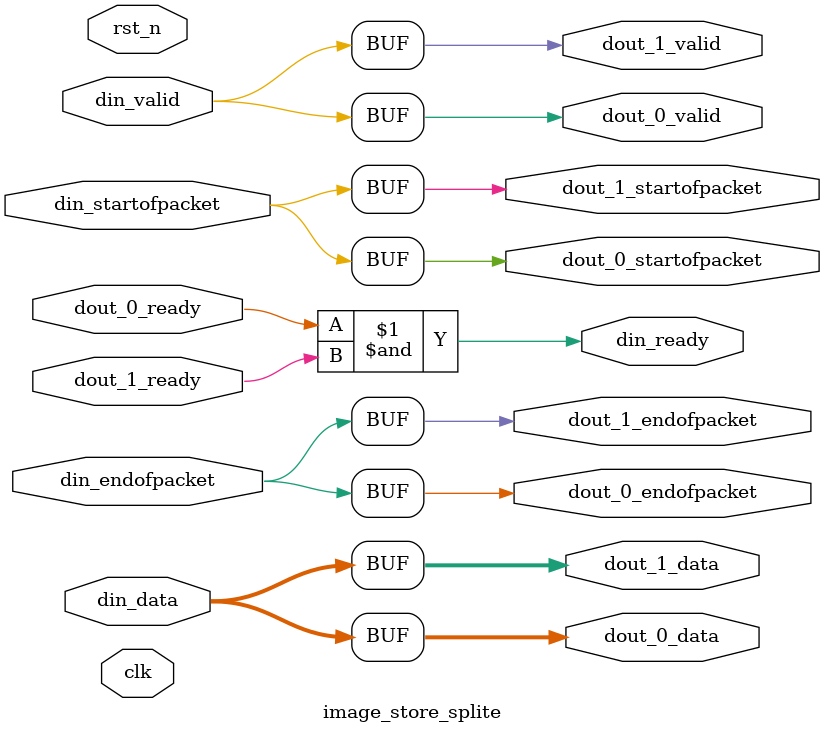
<source format=v>
module image_store_splite(
	clk, rst_n,
	
	din_data, din_ready, din_valid,
	din_startofpacket, din_endofpacket,
	
	dout_0_data, dout_0_ready, dout_0_valid,
	dout_0_startofpacket, dout_0_endofpacket,
	
	dout_1_data, dout_1_ready, dout_1_valid,
	dout_1_startofpacket, dout_1_endofpacket
);

parameter DATA_WIDTH = 10;

input clk, rst_n;

input [DATA_WIDTH-1:0]	din_data;
input 						din_valid;
output 						din_ready;
input 						din_startofpacket;
input 						din_endofpacket;

output [DATA_WIDTH-1:0]	dout_0_data;
output 						dout_0_valid;
input 						dout_0_ready;
output 						dout_0_startofpacket;
output 						dout_0_endofpacket;

output [DATA_WIDTH-1:0]	dout_1_data;
output 						dout_1_valid;
input 						dout_1_ready;
output 						dout_1_startofpacket;
output 						dout_1_endofpacket;

assign dout_0_data = din_data;
assign dout_0_valid = din_valid;
assign dout_0_startofpacket = din_startofpacket;
assign dout_0_endofpacket = din_endofpacket;

assign dout_1_data = din_data;
assign dout_1_valid = din_valid;
assign dout_1_startofpacket = din_startofpacket;
assign dout_1_endofpacket = din_endofpacket;

assign din_ready = dout_0_ready & dout_1_ready;

endmodule

</source>
